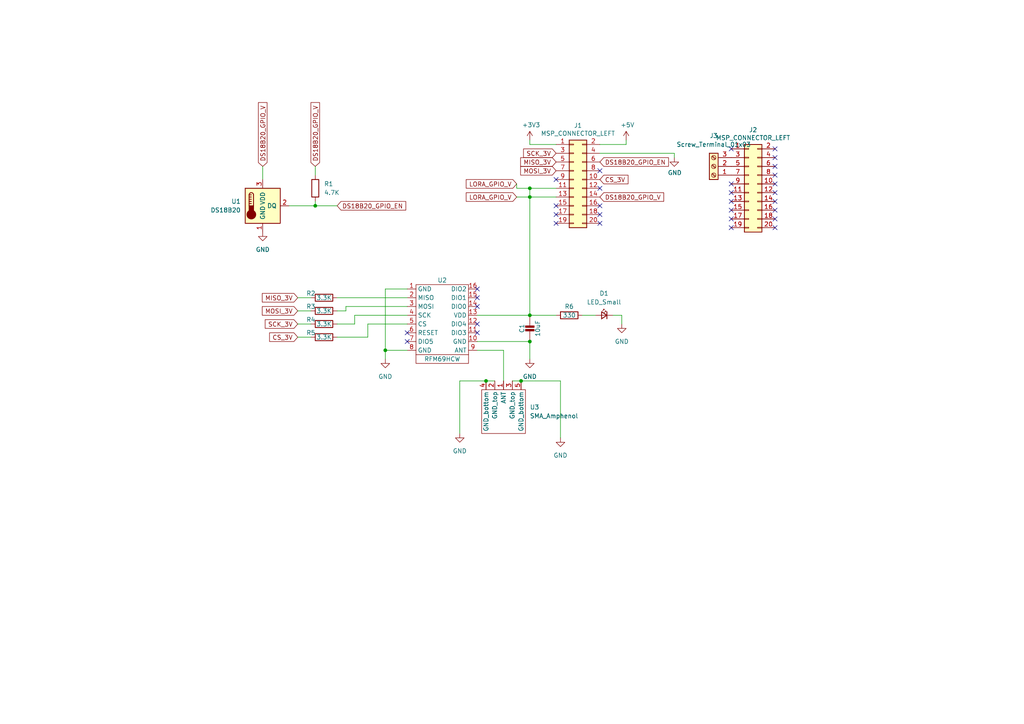
<source format=kicad_sch>
(kicad_sch (version 20211123) (generator eeschema)
  (paper "A4")
  (title_block (title "SensorNetworkSch") (date "2022-01-29") (company "UW-Madison"))
  (lib_symbols
    (symbol "Adafruit RFM+LoRa Breakout-eagle-import:CAP_CERAMIC0805-NOOUTLINE"
      (property "Reference" "C" (at -2.29 1.25 90))
      (property "Value" "CAP_CERAMIC0805-NOOUTLINE" (at 2.3 1.25 90))
      (symbol "CAP_CERAMIC0805-NOOUTLINE_1_0"
        (rectangle (start -1.27 0.508) (end 1.27 1.016) (fill (type outline)))
        (rectangle (start -1.27 1.524) (end 1.27 2.032) (fill (type outline)))
        (polyline (pts (xy 0 0.762) (xy 0 0)) (stroke (width 0.1524)))
        (polyline (pts (xy 0 2.54) (xy 0 1.778)) (stroke (width 0.1524)))
        (pin passive line (at 0 5.08 270) (length 2.54) (name "1") (number "1"))
        (pin passive line (at 0 -2.54 90) (length 2.54) (name "2") (number "2"))
      )
    )
    (symbol "Connector:Screw_Terminal_01x03" (pin_names (offset 1.016) hide)
      (property "Reference" "J" (at 0 5.08 0))
      (property "Value" "Screw_Terminal_01x03" (at 0 -5.08 0))
      (symbol "Screw_Terminal_01x03_1_1"
        (rectangle (start -1.27 3.81) (end 1.27 -3.81) (stroke (width 0.254)) (fill (type background)))
        (circle (center 0 -2.54) (radius 0.635) (stroke (width 0.1524)))
        (polyline (pts (xy -0.5334 -2.2098) (xy 0.3302 -3.048)) (stroke (width 0.1524)))
        (polyline (pts (xy -0.5334 0.3302) (xy 0.3302 -0.508)) (stroke (width 0.1524)))
        (polyline (pts (xy -0.5334 2.8702) (xy 0.3302 2.032)) (stroke (width 0.1524)))
        (polyline (pts (xy -0.3556 -2.032) (xy 0.508 -2.8702)) (stroke (width 0.1524)))
        (polyline (pts (xy -0.3556 0.508) (xy 0.508 -0.3302)) (stroke (width 0.1524)))
        (polyline (pts (xy -0.3556 3.048) (xy 0.508 2.2098)) (stroke (width 0.1524)))
        (circle (center 0 0) (radius 0.635) (stroke (width 0.1524)))
        (circle (center 0 2.54) (radius 0.635) (stroke (width 0.1524)))
        (pin passive line (at -5.08 2.54 0) (length 3.81) (name "Pin_1") (number "1"))
        (pin passive line (at -5.08 0 0) (length 3.81) (name "Pin_2") (number "2"))
        (pin passive line (at -5.08 -2.54 0) (length 3.81) (name "Pin_3") (number "3"))
      )
    )
    (symbol "Connector_Generic:Conn_02x10_Odd_Even" (pin_names (offset 1.016) hide)
      (property "Reference" "J" (at 1.27 12.7 0))
      (property "Value" "Conn_02x10_Odd_Even" (at 1.27 -15.24 0))
      (symbol "Conn_02x10_Odd_Even_1_1"
        (rectangle (start -1.27 -12.573) (end 0 -12.827) (stroke (width 0.1524)))
        (rectangle (start -1.27 -10.033) (end 0 -10.287) (stroke (width 0.1524)))
        (rectangle (start -1.27 -7.493) (end 0 -7.747) (stroke (width 0.1524)))
        (rectangle (start -1.27 -4.953) (end 0 -5.207) (stroke (width 0.1524)))
        (rectangle (start -1.27 -2.413) (end 0 -2.667) (stroke (width 0.1524)))
        (rectangle (start -1.27 0.127) (end 0 -0.127) (stroke (width 0.1524)))
        (rectangle (start -1.27 2.667) (end 0 2.413) (stroke (width 0.1524)))
        (rectangle (start -1.27 5.207) (end 0 4.953) (stroke (width 0.1524)))
        (rectangle (start -1.27 7.747) (end 0 7.493) (stroke (width 0.1524)))
        (rectangle (start -1.27 10.287) (end 0 10.033) (stroke (width 0.1524)))
        (rectangle (start -1.27 11.43) (end 3.81 -13.97) (stroke (width 0.254)) (fill (type background)))
        (rectangle (start 3.81 -12.573) (end 2.54 -12.827) (stroke (width 0.1524)))
        (rectangle (start 3.81 -10.033) (end 2.54 -10.287) (stroke (width 0.1524)))
        (rectangle (start 3.81 -7.493) (end 2.54 -7.747) (stroke (width 0.1524)))
        (rectangle (start 3.81 -4.953) (end 2.54 -5.207) (stroke (width 0.1524)))
        (rectangle (start 3.81 -2.413) (end 2.54 -2.667) (stroke (width 0.1524)))
        (rectangle (start 3.81 0.127) (end 2.54 -0.127) (stroke (width 0.1524)))
        (rectangle (start 3.81 2.667) (end 2.54 2.413) (stroke (width 0.1524)))
        (rectangle (start 3.81 5.207) (end 2.54 4.953) (stroke (width 0.1524)))
        (rectangle (start 3.81 7.747) (end 2.54 7.493) (stroke (width 0.1524)))
        (rectangle (start 3.81 10.287) (end 2.54 10.033) (stroke (width 0.1524)))
        (pin passive line (at -5.08 10.16 0) (length 3.81) (name "Pin_1") (number "1"))
        (pin passive line (at 7.62 0 180) (length 3.81) (name "Pin_10") (number "10"))
        (pin passive line (at -5.08 -2.54 0) (length 3.81) (name "Pin_11") (number "11"))
        (pin passive line (at 7.62 -2.54 180) (length 3.81) (name "Pin_12") (number "12"))
        (pin passive line (at -5.08 -5.08 0) (length 3.81) (name "Pin_13") (number "13"))
        (pin passive line (at 7.62 -5.08 180) (length 3.81) (name "Pin_14") (number "14"))
        (pin passive line (at -5.08 -7.62 0) (length 3.81) (name "Pin_15") (number "15"))
        (pin passive line (at 7.62 -7.62 180) (length 3.81) (name "Pin_16") (number "16"))
        (pin passive line (at -5.08 -10.16 0) (length 3.81) (name "Pin_17") (number "17"))
        (pin passive line (at 7.62 -10.16 180) (length 3.81) (name "Pin_18") (number "18"))
        (pin passive line (at -5.08 -12.7 0) (length 3.81) (name "Pin_19") (number "19"))
        (pin passive line (at 7.62 10.16 180) (length 3.81) (name "Pin_2") (number "2"))
        (pin passive line (at 7.62 -12.7 180) (length 3.81) (name "Pin_20") (number "20"))
        (pin passive line (at -5.08 7.62 0) (length 3.81) (name "Pin_3") (number "3"))
        (pin passive line (at 7.62 7.62 180) (length 3.81) (name "Pin_4") (number "4"))
        (pin passive line (at -5.08 5.08 0) (length 3.81) (name "Pin_5") (number "5"))
        (pin passive line (at 7.62 5.08 180) (length 3.81) (name "Pin_6") (number "6"))
        (pin passive line (at -5.08 2.54 0) (length 3.81) (name "Pin_7") (number "7"))
        (pin passive line (at 7.62 2.54 180) (length 3.81) (name "Pin_8") (number "8"))
        (pin passive line (at -5.08 0 0) (length 3.81) (name "Pin_9") (number "9"))
      )
    )
    (symbol "Device:LED_Small" (pin_numbers hide) (pin_names (offset 0.254) hide)
      (property "Reference" "D" (at -1.27 3.175 0))
      (property "Value" "LED_Small" (at -4.445 -2.54 0))
      (symbol "LED_Small_0_1"
        (polyline (pts (xy -0.762 -1.016) (xy -0.762 1.016)) (stroke (width 0.254)))
        (polyline (pts (xy 1.016 0) (xy -0.762 0)))
        (polyline (pts (xy 0.762 -1.016) (xy -0.762 0) (xy 0.762 1.016) (xy 0.762 -1.016)) (stroke (width 0.254)))
        (polyline (pts (xy 0 0.762) (xy -0.508 1.27) (xy -0.254 1.27) (xy -0.508 1.27) (xy -0.508 1.016)))
        (polyline (pts (xy 0.508 1.27) (xy 0 1.778) (xy 0.254 1.778) (xy 0 1.778) (xy 0 1.524)))
      )
      (symbol "LED_Small_1_1"
        (pin passive line (at -2.54 0 0) (length 1.778) (name "K") (number "1"))
        (pin passive line (at 2.54 0 180) (length 1.778) (name "A") (number "2"))
      )
    )
    (symbol "Device:R" (pin_numbers hide) (pin_names (offset 0))
      (property "Reference" "R" (at 2.032 0 90))
      (property "Value" "R" (at 0 0 90))
      (symbol "R_0_1"
        (rectangle (start -1.016 -2.54) (end 1.016 2.54) (stroke (width 0.254)))
      )
      (symbol "R_1_1"
        (pin passive line (at 0 3.81 270) (length 1.27) (name "~") (number "1"))
        (pin passive line (at 0 -3.81 90) (length 1.27) (name "~") (number "2"))
      )
    )
    (symbol "LoRa_RFM69HCW_ISM:RFM69HCW"
      (property "Reference" "U" (at 0 8.89 0))
      (property "Value" "RFM69HCW" (at 0 -11.43 0))
      (symbol "RFM69HCW_0_1"
        (rectangle (start -7.62 10.16) (end 7.62 -10.16))
        (polyline (pts (xy -7.62 -10.16) (xy -7.62 -12.7) (xy 7.62 -12.7) (xy 7.62 -10.16)))
      )
      (symbol "RFM69HCW_1_1"
        (pin input line (at -10.16 8.89 0) (length 2.54) (name "GND") (number "1"))
        (pin input line (at 10.16 -6.35 180) (length 2.54) (name "GND") (number "10"))
        (pin input line (at 10.16 -3.81 180) (length 2.54) (name "DIO3") (number "11"))
        (pin input line (at 10.16 -1.27 180) (length 2.54) (name "DIO4") (number "12"))
        (pin input line (at 10.16 1.27 180) (length 2.54) (name "VDD") (number "13"))
        (pin input line (at 10.16 3.81 180) (length 2.54) (name "DIO0") (number "14"))
        (pin input line (at 10.16 6.35 180) (length 2.54) (name "DIO1") (number "15"))
        (pin input line (at 10.16 8.89 180) (length 2.54) (name "DIO2") (number "16"))
        (pin input line (at -10.16 6.35 0) (length 2.54) (name "MISO") (number "2"))
        (pin input line (at -10.16 3.81 0) (length 2.54) (name "MOSI") (number "3"))
        (pin input line (at -10.16 1.27 0) (length 2.54) (name "SCK") (number "4"))
        (pin input line (at -10.16 -1.27 0) (length 2.54) (name "CS") (number "5"))
        (pin input line (at -10.16 -3.81 0) (length 2.54) (name "RESET") (number "6"))
        (pin input line (at -10.16 -6.35 0) (length 2.54) (name "DIO5") (number "7"))
        (pin input line (at -10.16 -8.89 0) (length 2.54) (name "GND") (number "8"))
        (pin input line (at 10.16 -8.89 180) (length 2.54) (name "ANT") (number "9"))
      )
    )
    (symbol "LoRa_RFM69HCW_ISM:SMA_Amphenol"
      (property "Reference" "U" (at 0 -10.16 0))
      (property "Value" "SMA_Amphenol" (at 0 -7.62 0))
      (symbol "SMA_Amphenol_0_1"
        (rectangle (start -6.35 6.35) (end 6.35 -6.35))
      )
      (symbol "SMA_Amphenol_1_1"
        (pin input line (at 0 8.89 270) (length 2.54) (name "ANT") (number "1"))
        (pin input line (at -2.54 8.89 270) (length 2.54) (name "GND_top") (number "2"))
        (pin input line (at 2.54 8.89 270) (length 2.54) (name "GND_top") (number "3"))
        (pin input line (at -5.08 8.89 270) (length 2.54) (name "GND_bottom") (number "4"))
        (pin input line (at 5.08 8.89 270) (length 2.54) (name "GND_bottom") (number "5"))
      )
    )
    (symbol "Sensor_Temperature:DS18B20" (pin_names (offset 1.016))
      (property "Reference" "U" (at -3.81 6.35 0))
      (property "Value" "DS18B20" (at 6.35 6.35 0))
      (symbol "DS18B20_0_1"
        (rectangle (start -5.08 5.08) (end 5.08 -5.08) (stroke (width 0.254)) (fill (type background)))
        (circle (center -3.302 -2.54) (radius 1.27) (stroke (width 0.254)) (fill (type outline)))
        (rectangle (start -2.667 -1.905) (end -3.937 0) (stroke (width 0.254)) (fill (type outline)))
        (arc (start -2.667 3.175) (mid -3.302 3.81) (end -3.937 3.175) (stroke (width 0.254)))
        (polyline (pts (xy -3.937 0.635) (xy -3.302 0.635)) (stroke (width 0.254)))
        (polyline (pts (xy -3.937 1.27) (xy -3.302 1.27)) (stroke (width 0.254)))
        (polyline (pts (xy -3.937 1.905) (xy -3.302 1.905)) (stroke (width 0.254)))
        (polyline (pts (xy -3.937 2.54) (xy -3.302 2.54)) (stroke (width 0.254)))
        (polyline (pts (xy -3.937 3.175) (xy -3.937 0)) (stroke (width 0.254)))
        (polyline (pts (xy -3.937 3.175) (xy -3.302 3.175)) (stroke (width 0.254)))
        (polyline (pts (xy -2.667 3.175) (xy -2.667 0)) (stroke (width 0.254)))
      )
      (symbol "DS18B20_1_1"
        (pin power_in line (at 0 -7.62 90) (length 2.54) (name "GND") (number "1"))
        (pin bidirectional line (at 7.62 0 180) (length 2.54) (name "DQ") (number "2"))
        (pin power_in line (at 0 7.62 270) (length 2.54) (name "VDD") (number "3"))
      )
    )
    (symbol "power:+3.3V" (power) (pin_names (offset 0))
      (property "Value" "+3.3V" (at 0 3.556 0))
      (symbol "+3.3V_0_1"
        (polyline (pts (xy -0.762 1.27) (xy 0 2.54)))
        (polyline (pts (xy 0 0) (xy 0 2.54)))
        (polyline (pts (xy 0 2.54) (xy 0.762 1.27)))
      )
      (symbol "+3.3V_1_1"
        (pin power_in line (at 0 0 90) (length 0) hide (name "+3V3") (number "1"))
      )
    )
    (symbol "power:+5V" (power) (pin_names (offset 0))
      (property "Value" "+5V" (at 0 3.556 0))
      (symbol "+5V_0_1"
        (polyline (pts (xy -0.762 1.27) (xy 0 2.54)))
        (polyline (pts (xy 0 0) (xy 0 2.54)))
        (polyline (pts (xy 0 2.54) (xy 0.762 1.27)))
      )
      (symbol "+5V_1_1"
        (pin power_in line (at 0 0 90) (length 0) hide (name "+5V") (number "1"))
      )
    )
    (symbol "power:GND" (power) (pin_names (offset 0))
      (property "Value" "GND" (at 0 -3.81 0))
      (symbol "GND_0_1"
        (polyline (pts (xy 0 0) (xy 0 -1.27) (xy 1.27 -1.27) (xy 0 -2.54) (xy -1.27 -1.27) (xy 0 -1.27)))
      )
      (symbol "GND_1_1"
        (pin power_in line (at 0 0 270) (length 0) hide (name "GND") (number "1"))
      )
    )
  )
  (junction (at 153.67 91.44))
  (junction (at 140.97 110.49))
  (junction (at 153.67 99.06))
  (junction (at 153.67 54.61))
  (junction (at 151.13 110.49))
  (junction (at 153.67 57.15))
  (junction (at 111.76 101.6))
  (junction (at 91.44 59.69))
  (no_connect (at 161.29 59.69))
  (no_connect (at 161.29 64.77))
  (no_connect (at 161.29 62.23))
  (no_connect (at 173.99 54.61))
  (no_connect (at 173.99 64.77))
  (no_connect (at 173.99 49.53))
  (no_connect (at 161.29 52.07))
  (no_connect (at 173.99 62.23))
  (no_connect (at 138.43 93.98))
  (no_connect (at 224.79 45.72))
  (no_connect (at 224.79 50.8))
  (no_connect (at 224.79 48.26))
  (no_connect (at 118.11 99.06))
  (no_connect (at 173.99 59.69))
  (no_connect (at 138.43 88.9))
  (no_connect (at 138.43 86.36))
  (no_connect (at 118.11 96.52))
  (no_connect (at 212.09 43.18))
  (no_connect (at 212.09 53.34))
  (no_connect (at 212.09 55.88))
  (no_connect (at 212.09 58.42))
  (no_connect (at 212.09 60.96))
  (no_connect (at 212.09 63.5))
  (no_connect (at 212.09 66.04))
  (no_connect (at 224.79 66.04))
  (no_connect (at 224.79 43.18))
  (no_connect (at 224.79 63.5))
  (no_connect (at 224.79 60.96))
  (no_connect (at 224.79 58.42))
  (no_connect (at 224.79 55.88))
  (no_connect (at 224.79 53.34))
  (no_connect (at 138.43 96.52))
  (no_connect (at 138.43 83.82))
  (wire (pts (xy 86.36 97.79) (xy 90.17 97.79)))
  (wire (pts (xy 97.79 86.36) (xy 118.11 86.36)))
  (wire (pts (xy 138.43 99.06) (xy 153.67 99.06)))
  (wire (pts (xy 97.79 93.98) (xy 102.87 93.98)))
  (wire (pts (xy 153.67 54.61) (xy 149.86 54.61)))
  (wire (pts (xy 76.2 48.26) (xy 76.2 52.07)))
  (wire (pts (xy 86.36 86.36) (xy 90.17 86.36)))
  (wire (pts (xy 153.67 57.15) (xy 153.67 91.44)))
  (wire (pts (xy 140.97 110.49) (xy 143.51 110.49)))
  (wire (pts (xy 86.36 93.98) (xy 90.17 93.98)))
  (wire (pts (xy 138.43 91.44) (xy 153.67 91.44)))
  (wire (pts (xy 153.67 41.91) (xy 153.67 40.64)))
  (wire (pts (xy 111.76 101.6) (xy 111.76 104.14)))
  (wire (pts (xy 91.44 59.69) (xy 97.79 59.69)))
  (wire (pts (xy 97.79 97.79) (xy 106.68 97.79)))
  (wire (pts (xy 118.11 83.82) (xy 111.76 83.82)))
  (wire (pts (xy 102.87 91.44) (xy 118.11 91.44)))
  (wire (pts (xy 106.68 97.79) (xy 106.68 93.98)))
  (wire (pts (xy 111.76 83.82) (xy 111.76 101.6)))
  (wire (pts (xy 162.56 110.49) (xy 162.56 127)))
  (wire (pts (xy 151.13 110.49) (xy 162.56 110.49)))
  (wire (pts (xy 133.35 110.49) (xy 140.97 110.49)))
  (wire (pts (xy 180.34 91.44) (xy 177.8 91.44)))
  (wire (pts (xy 83.82 59.69) (xy 91.44 59.69)))
  (wire (pts (xy 161.29 41.91) (xy 153.67 41.91)))
  (wire (pts (xy 146.05 101.6) (xy 146.05 110.49)))
  (wire (pts (xy 149.86 54.61) (xy 149.86 53.34)))
  (wire (pts (xy 153.67 54.61) (xy 153.67 57.15)))
  (wire (pts (xy 97.79 90.17) (xy 100.33 90.17)))
  (wire (pts (xy 161.29 54.61) (xy 153.67 54.61)))
  (wire (pts (xy 153.67 99.06) (xy 153.67 104.14)))
  (wire (pts (xy 180.34 93.98) (xy 180.34 91.44)))
  (wire (pts (xy 148.59 110.49) (xy 151.13 110.49)))
  (wire (pts (xy 91.44 48.26) (xy 91.44 50.8)))
  (wire (pts (xy 100.33 88.9) (xy 118.11 88.9)))
  (wire (pts (xy 181.61 41.91) (xy 181.61 40.64)))
  (wire (pts (xy 91.44 58.42) (xy 91.44 59.69)))
  (wire (pts (xy 138.43 101.6) (xy 146.05 101.6)))
  (wire (pts (xy 149.86 57.15) (xy 153.67 57.15)))
  (wire (pts (xy 133.35 110.49) (xy 133.35 125.73)))
  (wire (pts (xy 173.99 44.45) (xy 195.58 44.45)))
  (wire (pts (xy 153.67 91.44) (xy 161.29 91.44)))
  (wire (pts (xy 106.68 93.98) (xy 118.11 93.98)))
  (wire (pts (xy 102.87 93.98) (xy 102.87 91.44)))
  (wire (pts (xy 100.33 90.17) (xy 100.33 88.9)))
  (wire (pts (xy 173.99 41.91) (xy 181.61 41.91)))
  (wire (pts (xy 168.91 91.44) (xy 172.72 91.44)))
  (wire (pts (xy 153.67 57.15) (xy 161.29 57.15)))
  (wire (pts (xy 195.58 44.45) (xy 195.58 45.72)))
  (wire (pts (xy 86.36 90.17) (xy 90.17 90.17)))
  (wire (pts (xy 118.11 101.6) (xy 111.76 101.6)))
  (global_label "DS18B20_GPIO_V" (shape input) (at 91.44 48.26 90) (property "Intersheet References" "${INTERSHEET_REFS}" (effects hide)))
  (global_label "CS_3V" (shape input) (at 86.36 97.79 180) (property "Intersheet References" "${INTERSHEET_REFS}" (effects hide)))
  (global_label "DS18B20_GPIO_V" (shape input) (at 173.99 57.15 0) (property "Intersheet References" "${INTERSHEET_REFS}" (effects hide)))
  (global_label "SCK_3V" (shape input) (at 161.29 44.45 180) (property "Intersheet References" "${INTERSHEET_REFS}" (effects hide)))
  (global_label "SCK_3V" (shape input) (at 86.36 93.98 180) (property "Intersheet References" "${INTERSHEET_REFS}" (effects hide)))
  (global_label "DS18B20_GPIO_V" (shape input) (at 76.2 48.26 90) (property "Intersheet References" "${INTERSHEET_REFS}" (effects hide)))
  (global_label "DS18B20_GPIO_EN" (shape input) (at 97.79 59.69 0) (property "Intersheet References" "${INTERSHEET_REFS}" (effects hide)))
  (global_label "MISO_3V" (shape input) (at 161.29 46.99 180) (property "Intersheet References" "${INTERSHEET_REFS}" (effects hide)))
  (global_label "MISO_3V" (shape input) (at 86.36 86.36 180) (property "Intersheet References" "${INTERSHEET_REFS}" (effects hide)))
  (global_label "DS18B20_GPIO_EN" (shape input) (at 173.99 46.99 0) (property "Intersheet References" "${INTERSHEET_REFS}" (effects hide)))
  (global_label "MOSI_3V" (shape input) (at 86.36 90.17 180) (property "Intersheet References" "${INTERSHEET_REFS}" (effects hide)))
  (global_label "LORA_GPIO_V" (shape input) (at 149.86 53.34 180) (property "Intersheet References" "${INTERSHEET_REFS}" (effects hide)))
  (global_label "LORA_GPIO_V" (shape input) (at 149.86 57.15 180) (property "Intersheet References" "${INTERSHEET_REFS}" (effects hide)))
  (global_label "CS_3V" (shape input) (at 173.99 52.07 0) (property "Intersheet References" "${INTERSHEET_REFS}" (effects hide)))
  (global_label "MOSI_3V" (shape input) (at 161.29 49.53 180) (property "Intersheet References" "${INTERSHEET_REFS}" (effects hide)))
  (symbol (lib_id "power:GND") (at 180.34 93.98 0) (mirror y) (unit 1)
    (property "Reference" "#PWR0106" (effects hide))
    (property "Value" "GND" (at 180.34 99.06 0))
  )
  (symbol (lib_id "Device:R") (at 165.1 91.44 90) (mirror x) (unit 1)
    (property "Reference" "R6" (at 165.1 88.9 90))
    (property "Value" "330" (at 165.1 91.44 90))
    (property "Footprint" "Resistor_SMD:R_0603_1608Metric" (effects hide))
  )
  (symbol (lib_id "Adafruit RFM+LoRa Breakout-eagle-import:CAP_CERAMIC0805-NOOUTLINE") (at 153.67 96.52 0) (unit 1)
    (property "Reference" "C1" (at 151.38 95.27 90))
    (property "Value" "10uF" (at 155.97 95.27 90))
    (property "Footprint" "Capacitor_SMD:C_0805_2012Metric" (effects hide))
  )
  (symbol (lib_id "Connector_Generic:Conn_02x10_Odd_Even") (at 166.37 52.07 0) (unit 1)
    (property "Reference" "J1" (at 167.64 36.3982 0))
    (property "Value" "MSP_CONNECTOR_LEFT" (at 167.64 38.7096 0))
    (property "Footprint" "Connector_PinHeader_2.54mm:PinHeader_2x10_P2.54mm_Vertical" (effects hide))
  )
  (symbol (lib_id "power:+3.3V") (at 153.67 40.64 0) (unit 1)
    (property "Reference" "#PWR0102" (effects hide))
    (property "Value" "+3.3V" (at 154.051 36.2458 0))
  )
  (symbol (lib_id "power:+5V") (at 181.61 40.64 0) (unit 1)
    (property "Reference" "#PWR0103" (effects hide))
    (property "Value" "+5V" (at 181.991 36.2458 0))
  )
  (symbol (lib_id "LoRa_RFM69HCW_ISM:RFM69HCW") (at 128.27 92.71 0) (unit 1)
    (property "Reference" "U2" (at 128.27 81.28 0))
    (property "Value" "RFM69HCW" (at 128.27 104.14 0))
    (property "Footprint" "SensorNetwork:LoRa_RFM" (effects hide))
  )
  (symbol (lib_id "power:GND") (at 111.76 104.14 0) (unit 1)
    (property "Reference" "#PWR0104" (effects hide))
    (property "Value" "GND" (at 111.76 109.22 0))
  )
  (symbol (lib_id "LoRa_RFM69HCW_ISM:SMA_Amphenol") (at 146.05 119.38 0) (unit 1)
    (property "Reference" "U3" (at 153.67 118.1099 0) (effects (justify left)))
    (property "Value" "SMA_Amphenol" (at 153.67 120.6499 0) (effects (justify left)))
  )
  (symbol (lib_id "power:GND") (at 133.35 125.73 0) (unit 1)
    (property "Reference" "#PWR0109" (effects hide))
    (property "Value" "GND" (at 133.35 130.81 0))
  )
  (symbol (lib_id "Sensor_Temperature:DS18B20") (at 76.2 59.69 0) (unit 1)
    (property "Reference" "U1" (at 69.85 58.4199 0) (effects (justify right)))
    (property "Value" "DS18B20" (at 69.85 60.9599 0) (effects (justify right)))
    (property "Footprint" "Package_TO_SOT_THT:TO-92_Inline" (effects hide))
    (property "Datasheet" "http://datasheets.maximintegrated.com/en/ds/DS18B20.pdf" (effects hide))
  )
  (symbol (lib_id "Device:R") (at 91.44 54.61 0) (unit 1)
    (property "Reference" "R1" (at 93.98 53.3399 0) (effects (justify left)))
    (property "Value" "4.7K" (at 93.98 55.8799 0) (effects (justify left)))
    (property "Footprint" "Resistor_SMD:R_0603_1608Metric" (effects hide))
  )
  (symbol (lib_id "power:GND") (at 162.56 127 0) (unit 1)
    (property "Reference" "#PWR0107" (effects hide))
    (property "Value" "GND" (at 162.56 132.08 0))
  )
  (symbol (lib_id "Device:R") (at 93.98 86.36 270) (unit 1)
    (property "Reference" "R2" (at 90.17 85.09 90))
    (property "Value" "3.3K" (at 93.98 86.36 90))
    (property "Footprint" "Resistor_SMD:R_0603_1608Metric" (effects hide))
  )
  (symbol (lib_id "power:GND") (at 76.2 67.31 0) (unit 1)
    (property "Reference" "#PWR0105" (effects hide))
    (property "Value" "GND" (at 76.2 72.39 0))
  )
  (symbol (lib_id "Device:R") (at 93.98 93.98 270) (unit 1)
    (property "Reference" "R4" (at 90.17 92.71 90))
    (property "Value" "3.3K" (at 93.98 93.98 90))
    (property "Footprint" "Resistor_SMD:R_0603_1608Metric" (effects hide))
  )
  (symbol (lib_id "Connector:Screw_Terminal_01x03") (at 207.01 48.26 180) (unit 1)
    (property "Reference" "J3" (at 207.01 39.37 0))
    (property "Value" "Screw_Terminal_01x03" (at 207.01 41.91 0))
    (property "Footprint" "Connector_Phoenix_MSTB:PhoenixContact_MSTBVA_2,5_3-G-5,08_1x03_P5.08mm_Vertical" (effects hide))
  )
  (symbol (lib_id "Device:R") (at 93.98 97.79 270) (unit 1)
    (property "Reference" "R5" (at 90.17 96.52 90))
    (property "Value" "3.3K" (at 93.98 97.79 90))
    (property "Footprint" "Resistor_SMD:R_0603_1608Metric" (effects hide))
  )
  (symbol (lib_id "power:GND") (at 153.67 104.14 0) (unit 1)
    (property "Reference" "#PWR0108" (effects hide))
    (property "Value" "GND" (at 153.67 109.22 0))
  )
  (symbol (lib_id "Connector_Generic:Conn_02x10_Odd_Even") (at 217.17 53.34 0) (unit 1)
    (property "Reference" "J2" (at 218.44 37.6682 0))
    (property "Value" "MSP_CONNECTOR_LEFT" (at 218.44 39.9796 0))
    (property "Footprint" "Connector_PinHeader_2.54mm:PinHeader_2x10_P2.54mm_Vertical" (effects hide))
  )
  (symbol (lib_id "Device:LED_Small") (at 175.26 91.44 0) (mirror y) (unit 1)
    (property "Reference" "D1" (at 175.1965 85.09 0))
    (property "Value" "LED_Small" (at 175.1965 87.63 0))
    (property "Footprint" "LED_SMD:LED_0603_1608Metric" (effects hide))
  )
  (symbol (lib_id "Device:R") (at 93.98 90.17 270) (unit 1)
    (property "Reference" "R3" (at 90.17 88.9 90))
    (property "Value" "3.3K" (at 93.98 90.17 90))
    (property "Footprint" "Resistor_SMD:R_0603_1608Metric" (effects hide))
  )
  (symbol (lib_id "power:GND") (at 195.58 45.72 0) (unit 1)
    (property "Reference" "#PWR0101" (effects hide))
    (property "Value" "GND" (at 195.707 50.1142 0))
  )
)
</source>
